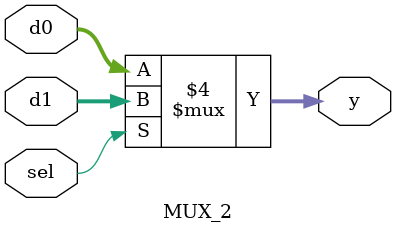
<source format=sv>
module MUX_2 #(
  parameter n_bit = 8
) (
  // Numero di bit dei segnali in ingresso, valore di default 8
  input  logic               sel,
  // Segnale di selezione
  input  logic [n_bit - 1:0] d0,
  // Ingresso 0
  input  logic [n_bit - 1:0] d1,
  // Ingresso 1
  output logic [n_bit - 1:0] y
  // Uscita del multiplexer
);




  always @(sel or d0 or d1) begin
    if (sel == 1'b0) begin
      y = d0;
      // Selezione ingresso 0
    end else begin
      y = d1;
      // Selezione ingresso 1
    end
  end


endmodule

</source>
